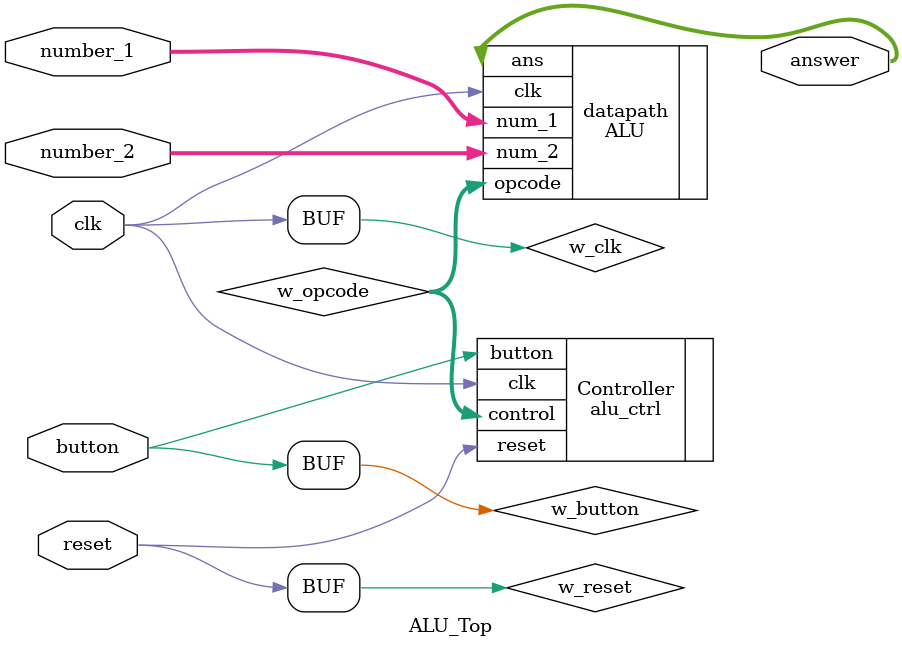
<source format=v>
`timescale 1ns / 1ps

//`include "ALU.v"
`define num_width 8
`define N 7


module ALU_Top (
                clk,
                reset,
                button,
                number_1,
                number_2,
                answer
    );

// Port direction
    input clk; 
    input reset;
    input button;
    input [`num_width - 1 : 0] number_1, number_2;
    output [`num_width -1 : 0] answer;
    
// Internal connections
 reg w_clk;
 reg w_reset;
 reg w_button; 
 wire [3:0] w_opcode;

// Module Instantiations
alu_ctrl Controller(
				    .clk(w_clk),
				    .reset(w_reset), 
				    .button(w_button),
				    .control(w_opcode)				// control signal to activate ALU function
					);

ALU datapath( 
            .clk(w_clk),
//            .enable(), 
            .opcode(w_opcode),
            .num_1(number_1),
            .num_2(number_2),
            .ans(answer) 
            );


// external connections
always@(*)
    begin
        w_button = button;
        w_clk = clk;
        w_reset = reset;
    end
endmodule

</source>
